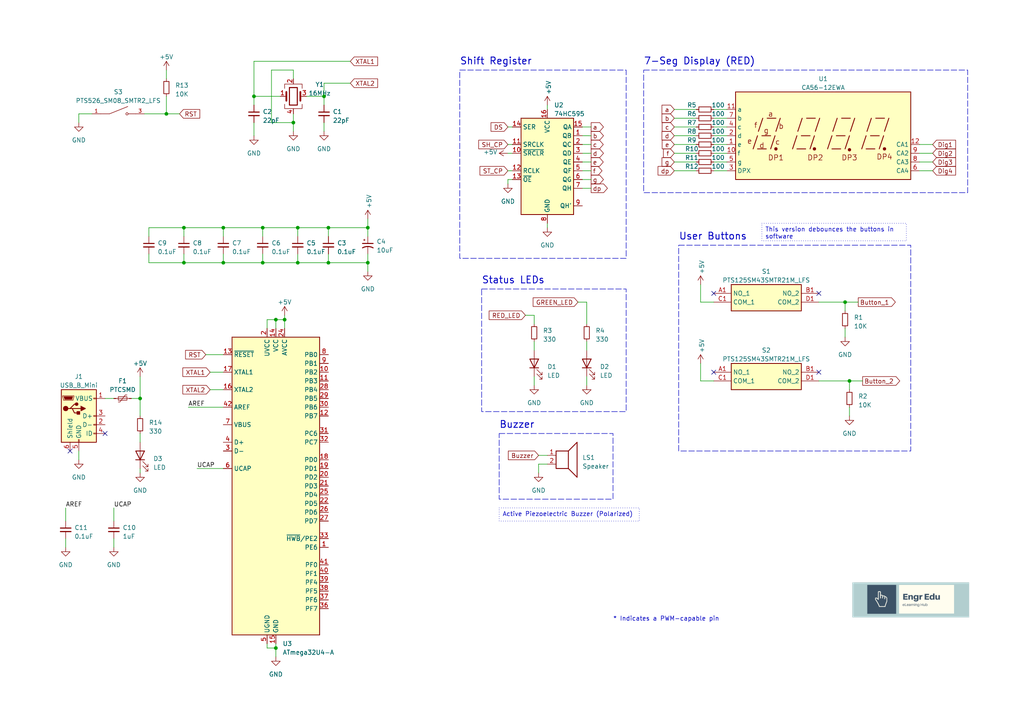
<source format=kicad_sch>
(kicad_sch (version 20230121) (generator eeschema)
  (paper "A4")
  (title_block (title "PhaseB Prototype") (date "2023-04-11") (rev "1.0"))
  (lib_symbols
    (symbol "+5V_1" (power) (pin_names (offset 0))
      (property "Value" "+5V_1" (at 0 3.556 0))
      (symbol "+5V_1_0_1"
        (polyline (pts (xy -0.762 1.27) (xy 0 2.54)))
        (polyline (pts (xy 0 0) (xy 0 2.54)))
        (polyline (pts (xy 0 2.54) (xy 0.762 1.27)))
      )
      (symbol "+5V_1_1_1"
        (pin power_in line (at 0 0 90) (length 0) hide (name "+5V") (number "1"))
      )
    )
    (symbol "+5V_2" (power) (pin_names (offset 0))
      (property "Value" "+5V_2" (at 0 3.556 0))
      (symbol "+5V_2_0_1"
        (polyline (pts (xy -0.762 1.27) (xy 0 2.54)))
        (polyline (pts (xy 0 0) (xy 0 2.54)))
        (polyline (pts (xy 0 2.54) (xy 0.762 1.27)))
      )
      (symbol "+5V_2_1_1"
        (pin power_in line (at 0 0 90) (length 0) hide (name "+5V") (number "1"))
      )
    )
    (symbol "+5V_3" (power) (pin_names (offset 0))
      (property "Value" "+5V_3" (at 0 3.556 0))
      (symbol "+5V_3_0_1"
        (polyline (pts (xy -0.762 1.27) (xy 0 2.54)))
        (polyline (pts (xy 0 0) (xy 0 2.54)))
        (polyline (pts (xy 0 2.54) (xy 0.762 1.27)))
      )
      (symbol "+5V_3_1_1"
        (pin power_in line (at 0 0 90) (length 0) hide (name "+5V") (number "1"))
      )
    )
    (symbol "74xx:74HC595"
      (property "Reference" "U" (at -7.62 13.97 0))
      (property "Value" "74HC595" (at -7.62 -16.51 0))
      (symbol "74HC595_1_0"
        (pin tri_state line (at 10.16 7.62 180) (length 2.54) (name "QB") (number "1"))
        (pin input line (at -10.16 2.54 0) (length 2.54) (name "~{SRCLR}") (number "10"))
        (pin input line (at -10.16 5.08 0) (length 2.54) (name "SRCLK") (number "11"))
        (pin input line (at -10.16 -2.54 0) (length 2.54) (name "RCLK") (number "12"))
        (pin input line (at -10.16 -5.08 0) (length 2.54) (name "~{OE}") (number "13"))
        (pin input line (at -10.16 10.16 0) (length 2.54) (name "SER") (number "14"))
        (pin tri_state line (at 10.16 10.16 180) (length 2.54) (name "QA") (number "15"))
        (pin power_in line (at 0 15.24 270) (length 2.54) (name "VCC") (number "16"))
        (pin tri_state line (at 10.16 5.08 180) (length 2.54) (name "QC") (number "2"))
        (pin tri_state line (at 10.16 2.54 180) (length 2.54) (name "QD") (number "3"))
        (pin tri_state line (at 10.16 0 180) (length 2.54) (name "QE") (number "4"))
        (pin tri_state line (at 10.16 -2.54 180) (length 2.54) (name "QF") (number "5"))
        (pin tri_state line (at 10.16 -5.08 180) (length 2.54) (name "QG") (number "6"))
        (pin tri_state line (at 10.16 -7.62 180) (length 2.54) (name "QH") (number "7"))
        (pin power_in line (at 0 -17.78 90) (length 2.54) (name "GND") (number "8"))
        (pin output line (at 10.16 -12.7 180) (length 2.54) (name "QH'") (number "9"))
      )
      (symbol "74HC595_1_1"
        (rectangle (start -7.62 12.7) (end 7.62 -15.24) (stroke (width 0.254)) (fill (type background)))
      )
    )
    (symbol "Connector:USB_B_Mini" (pin_names (offset 1.016))
      (property "Reference" "J" (at -5.08 11.43 0))
      (property "Value" "USB_B_Mini" (at -5.08 8.89 0))
      (symbol "USB_B_Mini_0_1"
        (rectangle (start -5.08 -7.62) (end 5.08 7.62) (stroke (width 0.254)) (fill (type background)))
        (circle (center -3.81 2.159) (radius 0.635) (stroke (width 0.254)) (fill (type outline)))
        (circle (center -0.635 3.429) (radius 0.381) (stroke (width 0.254)) (fill (type outline)))
        (rectangle (start -0.127 -7.62) (end 0.127 -6.858))
        (polyline (pts (xy -1.905 2.159) (xy 0.635 2.159)) (stroke (width 0.254)))
        (polyline (pts (xy -3.175 2.159) (xy -2.54 2.159) (xy -1.27 3.429) (xy -0.635 3.429)) (stroke (width 0.254)))
        (polyline (pts (xy -2.54 2.159) (xy -1.905 2.159) (xy -1.27 0.889) (xy 0 0.889)) (stroke (width 0.254)))
        (polyline (pts (xy 0.635 2.794) (xy 0.635 1.524) (xy 1.905 2.159) (xy 0.635 2.794)) (stroke (width 0.254)) (fill (type outline)))
        (polyline (pts (xy -4.318 5.588) (xy -1.778 5.588) (xy -2.032 4.826) (xy -4.064 4.826) (xy -4.318 5.588)) (fill (type outline)))
        (polyline (pts (xy -4.699 5.842) (xy -4.699 5.588) (xy -4.445 4.826) (xy -4.445 4.572) (xy -1.651 4.572) (xy -1.651 4.826) (xy -1.397 5.588) (xy -1.397 5.842) (xy -4.699 5.842)))
        (rectangle (start 0.254 1.27) (end -0.508 0.508) (stroke (width 0.254)) (fill (type outline)))
        (rectangle (start 5.08 -5.207) (end 4.318 -4.953))
        (rectangle (start 5.08 -2.667) (end 4.318 -2.413))
        (rectangle (start 5.08 -0.127) (end 4.318 0.127))
        (rectangle (start 5.08 4.953) (end 4.318 5.207))
      )
      (symbol "USB_B_Mini_1_1"
        (pin power_out line (at 7.62 5.08 180) (length 2.54) (name "VBUS") (number "1"))
        (pin bidirectional line (at 7.62 -2.54 180) (length 2.54) (name "D-") (number "2"))
        (pin bidirectional line (at 7.62 0 180) (length 2.54) (name "D+") (number "3"))
        (pin passive line (at 7.62 -5.08 180) (length 2.54) (name "ID") (number "4"))
        (pin power_out line (at 0 -10.16 90) (length 2.54) (name "GND") (number "5"))
        (pin passive line (at -2.54 -10.16 90) (length 2.54) (name "Shield") (number "6"))
      )
    )
    (symbol "Device:C_Polarized_Small_US" (pin_numbers hide) (pin_names (offset 0.254) hide)
      (property "Reference" "C" (at 0.254 1.778 0))
      (property "Value" "C_Polarized_Small_US" (at 0.254 -2.032 0))
      (symbol "C_Polarized_Small_US_0_1"
        (polyline (pts (xy -1.524 0.508) (xy 1.524 0.508)) (stroke (width 0.3048)))
        (polyline (pts (xy -1.27 1.524) (xy -0.762 1.524)))
        (polyline (pts (xy -1.016 1.27) (xy -1.016 1.778)))
        (arc (start 1.524 -0.762) (mid 0 -0.3734) (end -1.524 -0.762) (stroke (width 0.3048)))
      )
      (symbol "C_Polarized_Small_US_1_1"
        (pin passive line (at 0 2.54 270) (length 2.032) (name "~") (number "1"))
        (pin passive line (at 0 -2.54 90) (length 2.032) (name "~") (number "2"))
      )
    )
    (symbol "Device:C_Small" (pin_numbers hide) (pin_names (offset 0.254) hide)
      (property "Reference" "C" (at 0.254 1.778 0))
      (property "Value" "C_Small" (at 0.254 -2.032 0))
      (symbol "C_Small_0_1"
        (polyline (pts (xy -1.524 -0.508) (xy 1.524 -0.508)) (stroke (width 0.3302)))
        (polyline (pts (xy -1.524 0.508) (xy 1.524 0.508)) (stroke (width 0.3048)))
      )
      (symbol "C_Small_1_1"
        (pin passive line (at 0 2.54 270) (length 2.032) (name "~") (number "1"))
        (pin passive line (at 0 -2.54 90) (length 2.032) (name "~") (number "2"))
      )
    )
    (symbol "Device:Crystal_GND24" (pin_names (offset 1.016) hide)
      (property "Reference" "Y" (at 3.175 5.08 0))
      (property "Value" "Crystal_GND24" (at 3.175 3.175 0))
      (symbol "Crystal_GND24_0_1"
        (rectangle (start -1.143 2.54) (end 1.143 -2.54) (stroke (width 0.3048)))
        (polyline (pts (xy -2.54 0) (xy -2.032 0)))
        (polyline (pts (xy -2.032 -1.27) (xy -2.032 1.27)) (stroke (width 0.508)))
        (polyline (pts (xy 0 -3.81) (xy 0 -3.556)))
        (polyline (pts (xy 0 3.556) (xy 0 3.81)))
        (polyline (pts (xy 2.032 -1.27) (xy 2.032 1.27)) (stroke (width 0.508)))
        (polyline (pts (xy 2.032 0) (xy 2.54 0)))
        (polyline (pts (xy -2.54 -2.286) (xy -2.54 -3.556) (xy 2.54 -3.556) (xy 2.54 -2.286)))
        (polyline (pts (xy -2.54 2.286) (xy -2.54 3.556) (xy 2.54 3.556) (xy 2.54 2.286)))
      )
      (symbol "Crystal_GND24_1_1"
        (pin passive line (at -3.81 0 0) (length 1.27) (name "1") (number "1"))
        (pin passive line (at 0 5.08 270) (length 1.27) (name "2") (number "2"))
        (pin passive line (at 3.81 0 180) (length 1.27) (name "3") (number "3"))
        (pin passive line (at 0 -5.08 90) (length 1.27) (name "4") (number "4"))
      )
    )
    (symbol "Device:LED" (pin_numbers hide) (pin_names (offset 1.016) hide)
      (property "Reference" "D" (at 0 2.54 0))
      (property "Value" "LED" (at 0 -2.54 0))
      (symbol "LED_0_1"
        (polyline (pts (xy -1.27 -1.27) (xy -1.27 1.27)) (stroke (width 0.254)))
        (polyline (pts (xy -1.27 0) (xy 1.27 0)))
        (polyline (pts (xy 1.27 -1.27) (xy 1.27 1.27) (xy -1.27 0) (xy 1.27 -1.27)) (stroke (width 0.254)))
        (polyline (pts (xy -3.048 -0.762) (xy -4.572 -2.286) (xy -3.81 -2.286) (xy -4.572 -2.286) (xy -4.572 -1.524)))
        (polyline (pts (xy -1.778 -0.762) (xy -3.302 -2.286) (xy -2.54 -2.286) (xy -3.302 -2.286) (xy -3.302 -1.524)))
      )
      (symbol "LED_1_1"
        (pin passive line (at -3.81 0 0) (length 2.54) (name "K") (number "1"))
        (pin passive line (at 3.81 0 180) (length 2.54) (name "A") (number "2"))
      )
    )
    (symbol "Device:Polyfuse_Small" (pin_numbers hide) (pin_names (offset 0))
      (property "Reference" "F" (at -1.905 0 90))
      (property "Value" "Polyfuse_Small" (at 1.905 0 90))
      (symbol "Polyfuse_Small_0_1"
        (rectangle (start -0.508 1.27) (end 0.508 -1.27))
        (polyline (pts (xy 0 2.54) (xy 0 -2.54)))
        (polyline (pts (xy -1.016 1.27) (xy -1.016 0.762) (xy 1.016 -0.762) (xy 1.016 -1.27)))
      )
      (symbol "Polyfuse_Small_1_1"
        (pin passive line (at 0 2.54 270) (length 0.635) (name "~") (number "1"))
        (pin passive line (at 0 -2.54 90) (length 0.635) (name "~") (number "2"))
      )
    )
    (symbol "Device:R_Small" (pin_numbers hide) (pin_names (offset 0.254) hide)
      (property "Reference" "R" (at 0.762 0.508 0))
      (property "Value" "R_Small" (at 0.762 -1.016 0))
      (symbol "R_Small_0_1"
        (rectangle (start -0.762 1.778) (end 0.762 -1.778) (stroke (width 0.2032)))
      )
      (symbol "R_Small_1_1"
        (pin passive line (at 0 2.54 270) (length 0.762) (name "~") (number "1"))
        (pin passive line (at 0 -2.54 90) (length 0.762) (name "~") (number "2"))
      )
    )
    (symbol "Device:Speaker" (pin_names (offset 0) hide)
      (property "Reference" "LS" (at 1.27 5.715 0))
      (property "Value" "Speaker" (at 1.27 3.81 0))
      (symbol "Speaker_0_0"
        (rectangle (start -2.54 1.27) (end 1.016 -3.81) (stroke (width 0.254)))
        (polyline (pts (xy 1.016 1.27) (xy 3.556 3.81) (xy 3.556 -6.35) (xy 1.016 -3.81)) (stroke (width 0.254)))
      )
      (symbol "Speaker_1_1"
        (pin input line (at -5.08 0 0) (length 2.54) (name "1") (number "1"))
        (pin input line (at -5.08 -2.54 0) (length 2.54) (name "2") (number "2"))
      )
    )
    (symbol "Display_Character:CA56-12EWA"
      (property "Reference" "U" (at -24.13 13.97 0))
      (property "Value" "CA56-12EWA" (at 19.05 13.97 0))
      (symbol "CA56-12EWA_0_0"
        (rectangle (start -25.4 12.7) (end 25.4 -12.7) (stroke (width 0.254)) (fill (type background)))
        (polyline (pts (xy -20.32 -3.81) (xy -19.05 0)) (stroke (width 0.254)))
        (polyline (pts (xy -19.05 -3.81) (xy -16.51 -3.81)) (stroke (width 0.254)))
        (polyline (pts (xy -18.796 1.27) (xy -17.526 5.08)) (stroke (width 0.254)))
        (polyline (pts (xy -17.78 0) (xy -15.24 0)) (stroke (width 0.254)))
        (polyline (pts (xy -16.256 5.08) (xy -13.716 5.08)) (stroke (width 0.254)))
        (polyline (pts (xy -15.24 -3.81) (xy -13.97 0)) (stroke (width 0.254)))
        (polyline (pts (xy -13.716 1.27) (xy -12.446 5.08)) (stroke (width 0.254)))
        (polyline (pts (xy -8.89 -3.81) (xy -7.62 0)) (stroke (width 0.254)))
        (polyline (pts (xy -7.62 -3.81) (xy -5.08 -3.81)) (stroke (width 0.254)))
        (polyline (pts (xy -7.366 1.27) (xy -6.096 5.08)) (stroke (width 0.254)))
        (polyline (pts (xy -6.35 0) (xy -3.81 0)) (stroke (width 0.254)))
        (polyline (pts (xy -4.826 5.08) (xy -2.286 5.08)) (stroke (width 0.254)))
        (polyline (pts (xy -3.81 -3.81) (xy -2.54 0)) (stroke (width 0.254)))
        (polyline (pts (xy -2.286 1.27) (xy -1.016 5.08)) (stroke (width 0.254)))
        (polyline (pts (xy 1.27 -3.81) (xy 2.54 0)) (stroke (width 0.254)))
        (polyline (pts (xy 2.54 -3.81) (xy 5.08 -3.81)) (stroke (width 0.254)))
        (polyline (pts (xy 2.794 1.27) (xy 4.064 5.08)) (stroke (width 0.254)))
        (polyline (pts (xy 3.81 0) (xy 6.35 0)) (stroke (width 0.254)))
        (polyline (pts (xy 5.334 5.08) (xy 7.874 5.08)) (stroke (width 0.254)))
        (polyline (pts (xy 6.35 -3.81) (xy 7.62 0)) (stroke (width 0.254)))
        (polyline (pts (xy 7.874 1.27) (xy 9.144 5.08)) (stroke (width 0.254)))
        (polyline (pts (xy 11.176 -3.81) (xy 12.446 0)) (stroke (width 0.254)))
        (polyline (pts (xy 12.446 -3.81) (xy 14.986 -3.81)) (stroke (width 0.254)))
        (polyline (pts (xy 12.7 1.27) (xy 13.97 5.08)) (stroke (width 0.254)))
        (polyline (pts (xy 13.716 0) (xy 16.256 0)) (stroke (width 0.254)))
        (polyline (pts (xy 15.24 5.08) (xy 17.78 5.08)) (stroke (width 0.254)))
        (polyline (pts (xy 16.256 -3.81) (xy 17.526 0)) (stroke (width 0.254)))
        (polyline (pts (xy 17.78 1.27) (xy 19.05 5.08)) (stroke (width 0.254)))
        (text "a" (at -15.24 6.35 0) (effects (font (size 1.524 1.524))))
        (text "b" (at -12.192 2.794 0) (effects (font (size 1.524 1.524))))
        (text "c" (at -13.208 -1.778 0) (effects (font (size 1.524 1.524))))
        (text "d" (at -17.78 -2.794 0) (effects (font (size 1.524 1.524))))
        (text "DP1" (at -13.716 -6.35 0) (effects (font (size 1.524 1.524))))
        (text "DP2" (at -2.286 -6.35 0) (effects (font (size 1.524 1.524))))
        (text "DP3" (at 7.62 -6.35 0) (effects (font (size 1.524 1.524))))
        (text "DP4" (at 17.78 -6.096 0) (effects (font (size 1.524 1.524))))
        (text "e" (at -21.336 -1.524 0) (effects (font (size 1.524 1.524))))
        (text "f" (at -19.558 3.048 0) (effects (font (size 1.524 1.524))))
        (text "g" (at -16.51 1.524 0) (effects (font (size 1.524 1.524))))
      )
      (symbol "CA56-12EWA_0_1"
        (circle (center -13.716 -3.81) (radius 0.3556) (stroke (width 0.254)) (fill (type outline)))
        (circle (center -2.54 -3.81) (radius 0.3556) (stroke (width 0.254)) (fill (type outline)))
      )
      (symbol "CA56-12EWA_1_0"
        (circle (center 7.62 -4.064) (radius 0.3556) (stroke (width 0.254)) (fill (type outline)))
        (circle (center 17.78 -3.81) (radius 0.3556) (stroke (width 0.254)) (fill (type outline)))
      )
      (symbol "CA56-12EWA_1_1"
        (pin input line (at -27.94 -2.54 0) (length 2.54) (name "e") (number "1"))
        (pin input line (at -27.94 -5.08 0) (length 2.54) (name "f") (number "10"))
        (pin input line (at -27.94 7.62 0) (length 2.54) (name "a") (number "11"))
        (pin input line (at 27.94 -2.54 180) (length 2.54) (name "CA1") (number "12"))
        (pin input line (at -27.94 0 0) (length 2.54) (name "d") (number "2"))
        (pin input line (at -27.94 -10.16 0) (length 2.54) (name "DPX") (number "3"))
        (pin input line (at -27.94 2.54 0) (length 2.54) (name "c") (number "4"))
        (pin input line (at -27.94 -7.62 0) (length 2.54) (name "g") (number "5"))
        (pin input line (at 27.94 -10.16 180) (length 2.54) (name "CA4") (number "6"))
        (pin input line (at -27.94 5.08 0) (length 2.54) (name "b") (number "7"))
        (pin input line (at 27.94 -7.62 180) (length 2.54) (name "CA3") (number "8"))
        (pin input line (at 27.94 -5.08 180) (length 2.54) (name "CA2") (number "9"))
      )
    )
    (symbol "GND_1" (power) (pin_names (offset 0))
      (property "Value" "GND_1" (at 0 -3.81 0))
      (symbol "GND_1_0_1"
        (polyline (pts (xy 0 0) (xy 0 -1.27) (xy 1.27 -1.27) (xy 0 -2.54) (xy -1.27 -1.27) (xy 0 -1.27)))
      )
      (symbol "GND_1_1_1"
        (pin power_in line (at 0 0 270) (length 0) hide (name "GND") (number "1"))
      )
    )
    (symbol "GND_2" (power) (pin_names (offset 0))
      (property "Value" "GND_2" (at 0 -3.81 0))
      (symbol "GND_2_0_1"
        (polyline (pts (xy 0 0) (xy 0 -1.27) (xy 1.27 -1.27) (xy 0 -2.54) (xy -1.27 -1.27) (xy 0 -1.27)))
      )
      (symbol "GND_2_1_1"
        (pin power_in line (at 0 0 270) (length 0) hide (name "GND") (number "1"))
      )
    )
    (symbol "GND_3" (power) (pin_names (offset 0))
      (property "Value" "GND_3" (at 0 -3.81 0))
      (symbol "GND_3_0_1"
        (polyline (pts (xy 0 0) (xy 0 -1.27) (xy 1.27 -1.27) (xy 0 -2.54) (xy -1.27 -1.27) (xy 0 -1.27)))
      )
      (symbol "GND_3_1_1"
        (pin power_in line (at 0 0 270) (length 0) hide (name "GND") (number "1"))
      )
    )
    (symbol "MCU_Microchip_ATmega:ATmega32U4-A"
      (property "Reference" "U" (at -12.7 44.45 0))
      (property "Value" "ATmega32U4-A" (at 2.54 -44.45 0))
      (symbol "ATmega32U4-A_0_1"
        (rectangle (start -12.7 -43.18) (end 12.7 43.18) (stroke (width 0.254)) (fill (type background)))
      )
      (symbol "ATmega32U4-A_1_1"
        (pin bidirectional line (at 15.24 -17.78 180) (length 2.54) (name "PE6") (number "1"))
        (pin bidirectional line (at 15.24 33.02 180) (length 2.54) (name "PB2") (number "10"))
        (pin bidirectional line (at 15.24 30.48 180) (length 2.54) (name "PB3") (number "11"))
        (pin bidirectional line (at 15.24 20.32 180) (length 2.54) (name "PB7") (number "12"))
        (pin input line (at -15.24 38.1 0) (length 2.54) (name "~{RESET}") (number "13"))
        (pin power_in line (at 0 45.72 270) (length 2.54) (name "VCC") (number "14"))
        (pin power_in line (at 0 -45.72 90) (length 2.54) (name "GND") (number "15"))
        (pin output line (at -15.24 27.94 0) (length 2.54) (name "XTAL2") (number "16"))
        (pin input line (at -15.24 33.02 0) (length 2.54) (name "XTAL1") (number "17"))
        (pin bidirectional line (at 15.24 7.62 180) (length 2.54) (name "PD0") (number "18"))
        (pin bidirectional line (at 15.24 5.08 180) (length 2.54) (name "PD1") (number "19"))
        (pin power_in line (at -2.54 45.72 270) (length 2.54) (name "UVCC") (number "2"))
        (pin bidirectional line (at 15.24 2.54 180) (length 2.54) (name "PD2") (number "20"))
        (pin bidirectional line (at 15.24 0 180) (length 2.54) (name "PD3") (number "21"))
        (pin bidirectional line (at 15.24 -5.08 180) (length 2.54) (name "PD5") (number "22"))
        (pin passive line (at 0 -45.72 90) (length 2.54) hide (name "GND") (number "23"))
        (pin power_in line (at 2.54 45.72 270) (length 2.54) (name "AVCC") (number "24"))
        (pin bidirectional line (at 15.24 -2.54 180) (length 2.54) (name "PD4") (number "25"))
        (pin bidirectional line (at 15.24 -7.62 180) (length 2.54) (name "PD6") (number "26"))
        (pin bidirectional line (at 15.24 -10.16 180) (length 2.54) (name "PD7") (number "27"))
        (pin bidirectional line (at 15.24 27.94 180) (length 2.54) (name "PB4") (number "28"))
        (pin bidirectional line (at 15.24 25.4 180) (length 2.54) (name "PB5") (number "29"))
        (pin bidirectional line (at -15.24 10.16 0) (length 2.54) (name "D-") (number "3"))
        (pin bidirectional line (at 15.24 22.86 180) (length 2.54) (name "PB6") (number "30"))
        (pin bidirectional line (at 15.24 15.24 180) (length 2.54) (name "PC6") (number "31"))
        (pin bidirectional line (at 15.24 12.7 180) (length 2.54) (name "PC7") (number "32"))
        (pin bidirectional line (at 15.24 -15.24 180) (length 2.54) (name "~{HWB}/PE2") (number "33"))
        (pin passive line (at 0 45.72 270) (length 2.54) hide (name "VCC") (number "34"))
        (pin passive line (at 0 -45.72 90) (length 2.54) hide (name "GND") (number "35"))
        (pin bidirectional line (at 15.24 -35.56 180) (length 2.54) (name "PF7") (number "36"))
        (pin bidirectional line (at 15.24 -33.02 180) (length 2.54) (name "PF6") (number "37"))
        (pin bidirectional line (at 15.24 -30.48 180) (length 2.54) (name "PF5") (number "38"))
        (pin bidirectional line (at 15.24 -27.94 180) (length 2.54) (name "PF4") (number "39"))
        (pin bidirectional line (at -15.24 12.7 0) (length 2.54) (name "D+") (number "4"))
        (pin bidirectional line (at 15.24 -25.4 180) (length 2.54) (name "PF1") (number "40"))
        (pin bidirectional line (at 15.24 -22.86 180) (length 2.54) (name "PF0") (number "41"))
        (pin passive line (at -15.24 22.86 0) (length 2.54) (name "AREF") (number "42"))
        (pin passive line (at 0 -45.72 90) (length 2.54) hide (name "GND") (number "43"))
        (pin passive line (at 2.54 45.72 270) (length 2.54) hide (name "AVCC") (number "44"))
        (pin passive line (at -2.54 -45.72 90) (length 2.54) (name "UGND") (number "5"))
        (pin passive line (at -15.24 5.08 0) (length 2.54) (name "UCAP") (number "6"))
        (pin input line (at -15.24 17.78 0) (length 2.54) (name "VBUS") (number "7"))
        (pin bidirectional line (at 15.24 38.1 180) (length 2.54) (name "PB0") (number "8"))
        (pin bidirectional line (at 15.24 35.56 180) (length 2.54) (name "PB1") (number "9"))
      )
    )
    (symbol "PTS125_SMD_Button:PTS125SM43SMTR21M_LFS"
      (property "Reference" "S" (at 26.67 7.62 0))
      (property "Value" "PTS125SM43SMTR21M_LFS" (at 26.67 5.08 0))
      (symbol "PTS125SM43SMTR21M_LFS_1_1"
        (rectangle (start 5.08 2.54) (end 25.4 -5.08) (stroke (width 0.254)) (fill (type background)))
        (pin passive line (at 0 0 0) (length 5.08) (name "NO_1") (number "A1"))
        (pin passive line (at 30.48 0 180) (length 5.08) (name "NO_2") (number "B1"))
        (pin passive line (at 0 -2.54 0) (length 5.08) (name "COM_1") (number "C1"))
        (pin passive line (at 30.48 -2.54 180) (length 5.08) (name "COM_2") (number "D1"))
      )
    )
    (symbol "PTS526_SMD_Button:PTS526_SM08_SMTR2_LFS" (pin_names (offset 1.016))
      (property "Reference" "S" (at -2.54 2.54 0))
      (property "Value" "PTS526_SM08_SMTR2_LFS" (at -2.54 -2.54 0))
      (symbol "PTS526_SM08_SMTR2_LFS_0_0"
        (polyline (pts (xy -2.54 0) (xy -5.08 0)) (stroke (width 0.1524)))
        (polyline (pts (xy -2.54 0) (xy 2.794 2.1336)) (stroke (width 0.1524)))
        (polyline (pts (xy 5.08 0) (xy 2.921 0)) (stroke (width 0.1524)))
        (circle (center 2.54 0) (radius 0.3302) (stroke (width 0.1524)))
        (pin passive line (at -7.62 0 0) (length 2.54) (name "~") (number "1"))
        (pin passive line (at 7.62 0 180) (length 2.54) (name "~") (number "3"))
      )
    )
    (symbol "power:+5V" (power) (pin_names (offset 0))
      (property "Value" "+5V" (at 0 3.556 0))
      (symbol "+5V_0_1"
        (polyline (pts (xy -0.762 1.27) (xy 0 2.54)))
        (polyline (pts (xy 0 0) (xy 0 2.54)))
        (polyline (pts (xy 0 2.54) (xy 0.762 1.27)))
      )
      (symbol "+5V_1_1"
        (pin power_in line (at 0 0 90) (length 0) hide (name "+5V") (number "1"))
      )
    )
    (symbol "power:GND" (power) (pin_names (offset 0))
      (property "Value" "GND" (at 0 -3.81 0))
      (symbol "GND_0_1"
        (polyline (pts (xy 0 0) (xy 0 -1.27) (xy 1.27 -1.27) (xy 0 -2.54) (xy -1.27 -1.27) (xy 0 -1.27)))
      )
      (symbol "GND_1_1"
        (pin power_in line (at 0 0 270) (length 0) hide (name "GND") (number "1"))
      )
    )
  )
  (junction (at 246.38 110.49))
  (junction (at 93.98 27.94))
  (junction (at 106.68 66.04))
  (junction (at 85.09 35.56))
  (junction (at 53.34 66.04))
  (junction (at 80.01 92.71))
  (junction (at 86.36 66.04))
  (junction (at 64.77 76.2))
  (junction (at 64.77 66.04))
  (junction (at 82.55 92.71))
  (junction (at 245.11 87.63))
  (junction (at 40.64 115.57))
  (junction (at 48.26 33.02))
  (junction (at 80.01 187.96))
  (junction (at 76.2 76.2))
  (junction (at 73.66 27.94))
  (junction (at 106.68 76.2))
  (junction (at 76.2 66.04))
  (junction (at 95.25 66.04))
  (junction (at 53.34 76.2))
  (junction (at 95.25 76.2))
  (junction (at 86.36 76.2))
  (no_connect (at 207.01 85.09))
  (no_connect (at 30.48 125.73))
  (no_connect (at 237.49 85.09))
  (no_connect (at 20.32 130.81))
  (no_connect (at 207.01 107.95))
  (no_connect (at 237.49 107.95))
  (wire (pts (xy 106.68 76.2) (xy 106.68 78.74)))
  (wire (pts (xy 86.36 76.2) (xy 95.25 76.2)))
  (wire (pts (xy 158.75 64.77) (xy 158.75 66.04)))
  (wire (pts (xy 81.28 27.94) (xy 73.66 27.94)))
  (wire (pts (xy 207.01 36.83) (xy 210.82 36.83)))
  (wire (pts (xy 64.77 66.04) (xy 76.2 66.04)))
  (wire (pts (xy 64.77 68.58) (xy 64.77 66.04)))
  (wire (pts (xy 86.36 73.66) (xy 86.36 76.2)))
  (wire (pts (xy 76.2 76.2) (xy 86.36 76.2)))
  (wire (pts (xy 40.64 125.73) (xy 40.64 128.27)))
  (wire (pts (xy 53.34 66.04) (xy 64.77 66.04)))
  (wire (pts (xy 77.47 187.96) (xy 80.01 187.96)))
  (wire (pts (xy 38.1 115.57) (xy 40.64 115.57)))
  (wire (pts (xy 76.2 66.04) (xy 86.36 66.04)))
  (wire (pts (xy 53.34 68.58) (xy 53.34 66.04)))
  (wire (pts (xy 80.01 92.71) (xy 80.01 95.25)))
  (wire (pts (xy 156.21 134.62) (xy 156.21 137.16)))
  (wire (pts (xy 73.66 17.78) (xy 73.66 27.94)))
  (wire (pts (xy 168.91 36.83) (xy 171.45 36.83)))
  (wire (pts (xy 30.48 115.57) (xy 33.02 115.57)))
  (wire (pts (xy 93.98 24.13) (xy 93.98 27.94)))
  (wire (pts (xy 77.47 186.69) (xy 77.47 187.96)))
  (wire (pts (xy 85.09 35.56) (xy 85.09 33.02)))
  (wire (pts (xy 101.6 24.13) (xy 93.98 24.13)))
  (wire (pts (xy 85.09 35.56) (xy 85.09 38.1)))
  (wire (pts (xy 64.77 73.66) (xy 64.77 76.2)))
  (wire (pts (xy 154.94 99.06) (xy 154.94 101.6)))
  (wire (pts (xy 106.68 68.58) (xy 106.68 66.04)))
  (wire (pts (xy 147.32 41.91) (xy 148.59 41.91)))
  (wire (pts (xy 77.47 95.25) (xy 77.47 92.71)))
  (wire (pts (xy 93.98 27.94) (xy 88.9 27.94)))
  (wire (pts (xy 43.18 73.66) (xy 43.18 76.2)))
  (wire (pts (xy 195.58 36.83) (xy 201.93 36.83)))
  (wire (pts (xy 73.66 27.94) (xy 73.66 30.48)))
  (wire (pts (xy 33.02 147.32) (xy 33.02 151.13)))
  (wire (pts (xy 156.21 132.08) (xy 158.75 132.08)))
  (wire (pts (xy 95.25 76.2) (xy 95.25 73.66)))
  (wire (pts (xy 19.05 147.32) (xy 19.05 151.13)))
  (wire (pts (xy 266.7 44.45) (xy 270.51 44.45)))
  (wire (pts (xy 237.49 87.63) (xy 245.11 87.63)))
  (wire (pts (xy 203.2 105.41) (xy 203.2 110.49)))
  (wire (pts (xy 80.01 92.71) (xy 82.55 92.71)))
  (wire (pts (xy 170.18 87.63) (xy 170.18 93.98)))
  (wire (pts (xy 76.2 73.66) (xy 76.2 76.2)))
  (wire (pts (xy 86.36 66.04) (xy 86.36 68.58)))
  (wire (pts (xy 195.58 34.29) (xy 201.93 34.29)))
  (wire (pts (xy 101.6 17.78) (xy 73.66 17.78)))
  (wire (pts (xy 85.09 22.86) (xy 85.09 20.32)))
  (wire (pts (xy 148.59 52.07) (xy 147.32 52.07)))
  (wire (pts (xy 106.68 66.04) (xy 95.25 66.04)))
  (wire (pts (xy 80.01 186.69) (xy 80.01 187.96)))
  (wire (pts (xy 19.05 156.21) (xy 19.05 158.75)))
  (wire (pts (xy 64.77 76.2) (xy 76.2 76.2)))
  (wire (pts (xy 106.68 76.2) (xy 95.25 76.2)))
  (wire (pts (xy 245.11 95.25) (xy 245.11 97.79)))
  (wire (pts (xy 203.2 82.55) (xy 203.2 87.63)))
  (wire (pts (xy 170.18 99.06) (xy 170.18 101.6)))
  (wire (pts (xy 195.58 41.91) (xy 201.93 41.91)))
  (wire (pts (xy 158.75 30.48) (xy 158.75 31.75)))
  (wire (pts (xy 43.18 66.04) (xy 53.34 66.04)))
  (wire (pts (xy 167.64 87.63) (xy 170.18 87.63)))
  (wire (pts (xy 48.26 33.02) (xy 52.07 33.02)))
  (wire (pts (xy 33.02 156.21) (xy 33.02 158.75)))
  (wire (pts (xy 195.58 44.45) (xy 201.93 44.45)))
  (wire (pts (xy 246.38 118.11) (xy 246.38 120.65)))
  (wire (pts (xy 147.32 36.83) (xy 148.59 36.83)))
  (wire (pts (xy 207.01 31.75) (xy 210.82 31.75)))
  (wire (pts (xy 60.96 107.95) (xy 64.77 107.95)))
  (wire (pts (xy 41.91 33.02) (xy 48.26 33.02)))
  (wire (pts (xy 57.15 135.89) (xy 64.77 135.89)))
  (wire (pts (xy 245.11 87.63) (xy 248.92 87.63)))
  (wire (pts (xy 170.18 109.22) (xy 170.18 111.76)))
  (wire (pts (xy 168.91 49.53) (xy 171.45 49.53)))
  (wire (pts (xy 266.7 46.99) (xy 270.51 46.99)))
  (wire (pts (xy 85.09 20.32) (xy 78.74 20.32)))
  (wire (pts (xy 93.98 30.48) (xy 93.98 27.94)))
  (wire (pts (xy 106.68 73.66) (xy 106.68 76.2)))
  (wire (pts (xy 43.18 76.2) (xy 53.34 76.2)))
  (wire (pts (xy 147.32 44.45) (xy 148.59 44.45)))
  (wire (pts (xy 78.74 20.32) (xy 78.74 35.56)))
  (wire (pts (xy 207.01 39.37) (xy 210.82 39.37)))
  (wire (pts (xy 40.64 109.22) (xy 40.64 115.57)))
  (wire (pts (xy 195.58 49.53) (xy 201.93 49.53)))
  (wire (pts (xy 158.75 134.62) (xy 156.21 134.62)))
  (wire (pts (xy 78.74 35.56) (xy 85.09 35.56)))
  (wire (pts (xy 40.64 115.57) (xy 40.64 120.65)))
  (wire (pts (xy 246.38 113.03) (xy 246.38 110.49)))
  (wire (pts (xy 147.32 52.07) (xy 147.32 53.34)))
  (wire (pts (xy 207.01 46.99) (xy 210.82 46.99)))
  (wire (pts (xy 95.25 68.58) (xy 95.25 66.04)))
  (wire (pts (xy 168.91 41.91) (xy 171.45 41.91)))
  (wire (pts (xy 54.61 118.11) (xy 64.77 118.11)))
  (wire (pts (xy 40.64 135.89) (xy 40.64 137.16)))
  (wire (pts (xy 207.01 34.29) (xy 210.82 34.29)))
  (wire (pts (xy 195.58 39.37) (xy 201.93 39.37)))
  (wire (pts (xy 245.11 87.63) (xy 245.11 90.17)))
  (wire (pts (xy 207.01 44.45) (xy 210.82 44.45)))
  (wire (pts (xy 59.69 102.87) (xy 64.77 102.87)))
  (wire (pts (xy 60.96 113.03) (xy 64.77 113.03)))
  (wire (pts (xy 82.55 95.25) (xy 82.55 92.71)))
  (wire (pts (xy 73.66 35.56) (xy 73.66 39.37)))
  (wire (pts (xy 53.34 73.66) (xy 53.34 76.2)))
  (wire (pts (xy 168.91 44.45) (xy 171.45 44.45)))
  (wire (pts (xy 266.7 49.53) (xy 270.51 49.53)))
  (wire (pts (xy 168.91 46.99) (xy 171.45 46.99)))
  (wire (pts (xy 48.26 27.94) (xy 48.26 33.02)))
  (wire (pts (xy 95.25 66.04) (xy 86.36 66.04)))
  (wire (pts (xy 203.2 110.49) (xy 207.01 110.49)))
  (wire (pts (xy 246.38 110.49) (xy 250.19 110.49)))
  (wire (pts (xy 168.91 39.37) (xy 171.45 39.37)))
  (wire (pts (xy 203.2 87.63) (xy 207.01 87.63)))
  (wire (pts (xy 22.86 33.02) (xy 26.67 33.02)))
  (wire (pts (xy 93.98 35.56) (xy 93.98 38.1)))
  (wire (pts (xy 76.2 68.58) (xy 76.2 66.04)))
  (wire (pts (xy 106.68 63.5) (xy 106.68 66.04)))
  (wire (pts (xy 195.58 31.75) (xy 201.93 31.75)))
  (wire (pts (xy 195.58 46.99) (xy 201.93 46.99)))
  (wire (pts (xy 22.86 35.56) (xy 22.86 33.02)))
  (wire (pts (xy 53.34 76.2) (xy 64.77 76.2)))
  (wire (pts (xy 154.94 91.44) (xy 154.94 93.98)))
  (wire (pts (xy 48.26 20.32) (xy 48.26 22.86)))
  (wire (pts (xy 154.94 109.22) (xy 154.94 111.76)))
  (wire (pts (xy 22.86 130.81) (xy 22.86 133.35)))
  (wire (pts (xy 80.01 187.96) (xy 80.01 190.5)))
  (wire (pts (xy 207.01 41.91) (xy 210.82 41.91)))
  (wire (pts (xy 168.91 54.61) (xy 171.45 54.61)))
  (wire (pts (xy 237.49 110.49) (xy 246.38 110.49)))
  (wire (pts (xy 82.55 92.71) (xy 82.55 91.44)))
  (wire (pts (xy 266.7 41.91) (xy 270.51 41.91)))
  (wire (pts (xy 147.32 49.53) (xy 148.59 49.53)))
  (wire (pts (xy 77.47 92.71) (xy 80.01 92.71)))
  (wire (pts (xy 152.4 91.44) (xy 154.94 91.44)))
  (wire (pts (xy 168.91 52.07) (xy 171.45 52.07)))
  (wire (pts (xy 43.18 68.58) (xy 43.18 66.04)))
  (wire (pts (xy 207.01 49.53) (xy 210.82 49.53)))
  (rectangle (start 139.7 83.82) (end 181.61 119.38) (stroke (width 0) (type dash)))
  (rectangle (start 144.78 125.73) (end 177.8 144.78) (stroke (width 0) (type dash)))
  (rectangle (start 196.85 71.12) (end 264.16 130.81) (stroke (width 0) (type dash)))
  (rectangle (start 133.35 20.32) (end 181.61 74.93) (stroke (width 0) (type dash)))
  (rectangle (start 186.69 20.32) (end 280.67 55.88) (stroke (width 0) (type dash)))
  (image (at 264.16 173.99) (scale 0.800628))
  (text_box "Active Piezoelectric Buzzer (Polarized)" (at 144.78 147.32 0) (size 40.64 3.81) (stroke (width 0) (type dot)) (effects (font (size 1.27 1.27)) (justify left top)))
  (text_box "This version debounces the buttons in software" (at 220.98 64.77 0) (size 41.91 5.08) (stroke (width 0) (type dot)) (effects (font (size 1.27 1.27)) (justify left top)))
  (text "Shift Register" (at 133.35 19.05 0) (effects (font (size 2 2) (thickness 0.254) bold) (justify left bottom)))
  (text "Status LEDs" (at 139.7 82.55 0) (effects (font (size 2 2) (thickness 0.254) bold) (justify left bottom)))
  (text "User Buttons" (at 196.85 69.85 0) (effects (font (size 2 2) (thickness 0.254) bold) (justify left bottom)))
  (text "Buzzer" (at 144.78 124.46 0) (effects (font (size 2 2) (thickness 0.254) bold) (justify left bottom)))
  (text "* Indicates a PWM-capable pin" (at 177.8 180.34 0) (effects (font (size 1.27 1.27)) (justify left bottom)))
  (text "7-Seg Display (RED)" (at 186.69 19.05 0) (effects (font (size 2 2) (thickness 0.254) bold) (justify left bottom)))
  (label "UCAP" (at 33.02 147.32 0))
  (label "AREF" (at 54.61 118.11 0))
  (label "UCAP" (at 57.15 135.89 0))
  (label "AREF" (at 19.05 147.32 0))
  (global_label "e" (shape output) (at 171.45 46.99 0) (property "Intersheetrefs" "${INTERSHEET_REFS}" (effects hide)))
  (global_label "g" (shape output) (at 171.45 52.07 0) (property "Intersheetrefs" "${INTERSHEET_REFS}" (effects hide)))
  (global_label "dp" (shape output) (at 171.45 54.61 0) (property "Intersheetrefs" "${INTERSHEET_REFS}" (effects hide)))
  (global_label "XTAL1" (shape input) (at 101.6 17.78 0) (property "Intersheetrefs" "${INTERSHEET_REFS}" (effects hide)))
  (global_label "b" (shape input) (at 195.58 34.29 180) (property "Intersheetrefs" "${INTERSHEET_REFS}" (effects hide)))
  (global_label "f" (shape output) (at 171.45 49.53 0) (property "Intersheetrefs" "${INTERSHEET_REFS}" (effects hide)))
  (global_label "ST_CP" (shape input) (at 147.32 49.53 180) (property "Intersheetrefs" "${INTERSHEET_REFS}" (effects hide)))
  (global_label "d" (shape input) (at 195.58 39.37 180) (property "Intersheetrefs" "${INTERSHEET_REFS}" (effects hide)))
  (global_label "a" (shape input) (at 195.58 31.75 180) (property "Intersheetrefs" "${INTERSHEET_REFS}" (effects hide)))
  (global_label "c" (shape output) (at 171.45 41.91 0) (property "Intersheetrefs" "${INTERSHEET_REFS}" (effects hide)))
  (global_label "g" (shape input) (at 195.58 46.99 180) (property "Intersheetrefs" "${INTERSHEET_REFS}" (effects hide)))
  (global_label "XTAL1" (shape input) (at 60.96 107.95 180) (property "Intersheetrefs" "${INTERSHEET_REFS}" (effects hide)))
  (global_label "Dig1" (shape input) (at 270.51 41.91 0) (property "Intersheetrefs" "${INTERSHEET_REFS}" (effects hide)))
  (global_label "XTAL2" (shape input) (at 60.96 113.03 180) (property "Intersheetrefs" "${INTERSHEET_REFS}" (effects hide)))
  (global_label "RST" (shape input) (at 52.07 33.02 0) (property "Intersheetrefs" "${INTERSHEET_REFS}" (effects hide)))
  (global_label "GREEN_LED" (shape input) (at 167.64 87.63 180) (property "Intersheetrefs" "${INTERSHEET_REFS}" (effects hide)))
  (global_label "a" (shape output) (at 171.45 36.83 0) (property "Intersheetrefs" "${INTERSHEET_REFS}" (effects hide)))
  (global_label "Dig2" (shape input) (at 270.51 44.45 0) (property "Intersheetrefs" "${INTERSHEET_REFS}" (effects hide)))
  (global_label "DS" (shape input) (at 147.32 36.83 180) (property "Intersheetrefs" "${INTERSHEET_REFS}" (effects hide)))
  (global_label "SH_CP" (shape input) (at 147.32 41.91 180) (property "Intersheetrefs" "${INTERSHEET_REFS}" (effects hide)))
  (global_label "Dig4" (shape input) (at 270.51 49.53 0) (property "Intersheetrefs" "${INTERSHEET_REFS}" (effects hide)))
  (global_label "XTAL2" (shape input) (at 101.6 24.13 0) (property "Intersheetrefs" "${INTERSHEET_REFS}" (effects hide)))
  (global_label "RST" (shape input) (at 59.69 102.87 180) (property "Intersheetrefs" "${INTERSHEET_REFS}" (effects hide)))
  (global_label "Button_1" (shape output) (at 248.92 87.63 0) (property "Intersheetrefs" "${INTERSHEET_REFS}" (effects hide)))
  (global_label "c" (shape input) (at 195.58 36.83 180) (property "Intersheetrefs" "${INTERSHEET_REFS}" (effects hide)))
  (global_label "dp" (shape input) (at 195.58 49.53 180) (property "Intersheetrefs" "${INTERSHEET_REFS}" (effects hide)))
  (global_label "Dig3" (shape input) (at 270.51 46.99 0) (property "Intersheetrefs" "${INTERSHEET_REFS}" (effects hide)))
  (global_label "Buzzer" (shape input) (at 156.21 132.08 180) (property "Intersheetrefs" "${INTERSHEET_REFS}" (effects hide)))
  (global_label "d" (shape output) (at 171.45 44.45 0) (property "Intersheetrefs" "${INTERSHEET_REFS}" (effects hide)))
  (global_label "e" (shape input) (at 195.58 41.91 180) (property "Intersheetrefs" "${INTERSHEET_REFS}" (effects hide)))
  (global_label "Button_2" (shape output) (at 250.19 110.49 0) (property "Intersheetrefs" "${INTERSHEET_REFS}" (effects hide)))
  (global_label "f" (shape input) (at 195.58 44.45 180) (property "Intersheetrefs" "${INTERSHEET_REFS}" (effects hide)))
  (global_label "b" (shape output) (at 171.45 39.37 0) (property "Intersheetrefs" "${INTERSHEET_REFS}" (effects hide)))
  (global_label "RED_LED" (shape input) (at 152.4 91.44 180) (property "Intersheetrefs" "${INTERSHEET_REFS}" (effects hide)))
  (symbol (lib_id "power:GND") (at 80.01 190.5 0) (unit 1)
    (property "Reference" "#PWR025" (effects hide))
    (property "Value" "GND" (at 80.01 195.58 0))
  )
  (symbol (lib_id "74xx:74HC595") (at 158.75 46.99 0) (unit 1)
    (property "Reference" "U2" (at 160.7059 30.48 0) (effects (justify left)))
    (property "Value" "74HC595" (at 160.7059 33.02 0) (effects (justify left)))
    (property "Footprint" "Package_SO:TSSOP-16_4.4x5mm_P0.65mm" (effects hide))
    (property "Datasheet" "http://www.ti.com/lit/ds/symlink/sn74hc595.pdf" (effects hide))
  )
  (symbol (lib_id "power:GND") (at 22.86 35.56 0) (unit 1)
    (property "Reference" "#PWR05" (effects hide))
    (property "Value" "GND" (at 22.86 40.64 0))
  )
  (symbol (lib_id "Device:C_Small") (at 33.02 153.67 0) (unit 1)
    (property "Reference" "C10" (at 35.56 153.0413 0) (effects (justify left)))
    (property "Value" "1uF" (at 35.56 155.5813 0) (effects (justify left)))
    (property "Footprint" "Capacitor_SMD:C_0201_0603Metric" (effects hide))
  )
  (symbol (lib_id "Device:R_Small") (at 40.64 123.19 0) (unit 1)
    (property "Reference" "R14" (at 43.18 122.555 0) (effects (justify left)))
    (property "Value" "330" (at 43.18 125.095 0) (effects (justify left)))
    (property "Footprint" "Resistor_SMD:R_0805_2012Metric" (effects hide))
  )
  (symbol (lib_id "Device:LED") (at 154.94 105.41 90) (unit 1)
    (property "Reference" "D1" (at 158.75 106.3625 90) (effects (justify right)))
    (property "Value" "LED" (at 158.75 108.9025 90) (effects (justify right)))
    (property "Footprint" "LED_THT:LED_D5.0mm" (effects hide))
  )
  (symbol (lib_id "power:GND") (at 85.09 38.1 0) (unit 1)
    (property "Reference" "#PWR012" (effects hide))
    (property "Value" "GND" (at 85.09 43.18 0))
  )
  (symbol (lib_id "PTS526_SMD_Button:PTS526_SM08_SMTR2_LFS") (at 34.29 33.02 0) (unit 1)
    (property "Reference" "S3" (at 34.29 26.67 0))
    (property "Value" "PTS526_SM08_SMTR2_LFS" (at 34.29 29.21 0))
    (property "Footprint" "SW_PTS526_SM08_SMTR2_LFS" (effects hide))
    (property "STANDARD" "Manufacturer Recommendations" (effects hide))
    (property "MANUFACTURER" "C&K" (effects hide))
    (property "PARTREV" "20 mar 19" (effects hide))
    (property "MAXIMUM_PACKAGE_HEIGHT" "0.95mm" (effects hide))
  )
  (symbol (lib_id "Connector:USB_B_Mini") (at 22.86 120.65 0) (unit 1)
    (property "Reference" "J1" (at 22.86 109.22 0))
    (property "Value" "USB_B_Mini" (at 22.86 111.76 0))
    (property "Footprint" "Connector_USB:USB_Mini-B_Lumberg_2486_01_Horizontal" (effects hide))
  )
  (symbol (lib_id "PTS125_SMD_Button:PTS125SM43SMTR21M_LFS") (at 207.01 85.09 0) (unit 1)
    (property "Reference" "S1" (at 222.25 78.74 0))
    (property "Value" "PTS125SM43SMTR21M_LFS" (at 222.25 81.28 0))
    (property "Footprint" "PTS125SM43SMTR21MLFS" (effects hide))
    (property "Datasheet" "https://www.ckswitches.com/media/1462/pts125.pdf" (effects hide))
    (property "Height" "4.3" (effects hide))
    (property "Manufacturer_Name" "C & K COMPONENTS" (effects hide))
    (property "Manufacturer_Part_Number" "PTS125SM43SMTR21M LFS" (effects hide))
    (property "Mouser Part Number" "611-PTS125S43SMTRLFS" (effects hide))
    (property "Mouser Price/Stock" "https://www.mouser.co.uk/ProductDetail/CK/PTS125SM43SMTR21M-LFS?qs=t7xnP681wgUNXpRGJY2Vkw%3D%3D" (effects hide))
  )
  (symbol (lib_id "Device:R_Small") (at 170.18 96.52 0) (unit 1)
    (property "Reference" "R4" (at 172.72 95.885 0) (effects (justify left)))
    (property "Value" "330" (at 172.72 98.425 0) (effects (justify left)))
    (property "Footprint" "Resistor_SMD:R_0805_2012Metric" (effects hide))
  )
  (symbol (lib_id "Device:C_Polarized_Small_US") (at 106.68 71.12 0) (unit 1)
    (property "Reference" "C4" (at 109.22 70.0532 0) (effects (justify left)))
    (property "Value" "10uF" (at 109.22 72.5932 0) (effects (justify left)))
    (property "Footprint" "Capacitor_SMD:C_0805_2012Metric" (effects hide))
  )
  (symbol (lib_id "Device:R_Small") (at 204.47 39.37 90) (unit 1)
    (property "Reference" "R8" (at 200.66 38.1 90))
    (property "Value" "100" (at 208.28 38.1 90))
    (property "Footprint" "Resistor_SMD:R_0805_2012Metric" (effects hide))
  )
  (symbol (lib_id "power:+5V") (at 158.75 30.48 0) (unit 1)
    (property "Reference" "#PWR07" (effects hide))
    (property "Value" "+5V" (at 159.1056 27.432 90) (effects (justify left)))
  )
  (symbol (lib_name "GND_1") (lib_id "power:GND") (at 245.11 97.79 0) (unit 1)
    (property "Reference" "#PWR02" (effects hide))
    (property "Value" "GND" (at 245.11 102.87 0))
  )
  (symbol (lib_id "Device:C_Small") (at 43.18 71.12 0) (unit 1)
    (property "Reference" "C9" (at 45.72 70.4913 0) (effects (justify left)))
    (property "Value" "0.1uF" (at 45.72 73.0313 0) (effects (justify left)))
    (property "Footprint" "Capacitor_SMD:C_0201_0603Metric" (effects hide))
  )
  (symbol (lib_id "Device:C_Small") (at 93.98 33.02 0) (unit 1)
    (property "Reference" "C1" (at 96.52 32.3913 0) (effects (justify left)))
    (property "Value" "22pF" (at 96.52 34.9313 0) (effects (justify left)))
    (property "Footprint" "Capacitor_SMD:C_0201_0603Metric" (effects hide))
  )
  (symbol (lib_id "Device:R_Small") (at 204.47 36.83 90) (unit 1)
    (property "Reference" "R7" (at 200.66 35.56 90))
    (property "Value" "100" (at 208.28 35.56 90))
    (property "Footprint" "Resistor_SMD:R_0805_2012Metric" (effects hide))
  )
  (symbol (lib_id "Device:Crystal_GND24") (at 85.09 27.94 0) (unit 1)
    (property "Reference" "Y1" (at 92.71 24.5111 0))
    (property "Value" "16MHz" (at 92.71 27.0511 0))
    (property "Footprint" "Crystal:Crystal_SMD_Abracon_ABM8G-4Pin_3.2x2.5mm" (effects hide))
  )
  (symbol (lib_id "power:GND") (at 93.98 38.1 0) (unit 1)
    (property "Reference" "#PWR013" (effects hide))
    (property "Value" "GND" (at 93.98 43.18 0))
  )
  (symbol (lib_id "Device:LED") (at 170.18 105.41 90) (unit 1)
    (property "Reference" "D2" (at 173.99 106.3625 90) (effects (justify right)))
    (property "Value" "LED" (at 173.99 108.9025 90) (effects (justify right)))
    (property "Footprint" "LED_THT:LED_D5.0mm" (effects hide))
  )
  (symbol (lib_id "Device:C_Small") (at 86.36 71.12 0) (unit 1)
    (property "Reference" "C5" (at 88.9 70.4913 0) (effects (justify left)))
    (property "Value" "0.1uF" (at 88.9 73.0313 0) (effects (justify left)))
    (property "Footprint" "Capacitor_SMD:C_0201_0603Metric" (effects hide))
  )
  (symbol (lib_id "Device:C_Small") (at 19.05 153.67 0) (unit 1)
    (property "Reference" "C11" (at 21.59 153.0413 0) (effects (justify left)))
    (property "Value" "0.1uF" (at 21.59 155.5813 0) (effects (justify left)))
    (property "Footprint" "Capacitor_SMD:C_0201_0603Metric" (effects hide))
  )
  (symbol (lib_id "power:+5V") (at 203.2 82.55 0) (unit 1)
    (property "Reference" "#PWR01" (effects hide))
    (property "Value" "+5V" (at 203.5556 79.502 90) (effects (justify left)))
  )
  (symbol (lib_id "power:+5V") (at 106.68 63.5 0) (unit 1)
    (property "Reference" "#PWR018" (effects hide))
    (property "Value" "+5V" (at 107.0356 60.452 90) (effects (justify left)))
  )
  (symbol (lib_id "Device:R_Small") (at 204.47 44.45 90) (unit 1)
    (property "Reference" "R10" (at 200.66 43.18 90))
    (property "Value" "100" (at 208.28 43.18 90))
    (property "Footprint" "Resistor_SMD:R_0805_2012Metric" (effects hide))
  )
  (symbol (lib_id "power:GND") (at 33.02 158.75 0) (unit 1)
    (property "Reference" "#PWR021" (effects hide))
    (property "Value" "GND" (at 33.02 163.83 0))
  )
  (symbol (lib_id "Device:R_Small") (at 154.94 96.52 0) (unit 1)
    (property "Reference" "R3" (at 157.48 95.885 0) (effects (justify left)))
    (property "Value" "330" (at 157.48 98.425 0) (effects (justify left)))
    (property "Footprint" "Resistor_SMD:R_0805_2012Metric" (effects hide))
  )
  (symbol (lib_id "power:GND") (at 106.68 78.74 0) (unit 1)
    (property "Reference" "#PWR017" (effects hide))
    (property "Value" "GND" (at 106.68 83.82 0))
  )
  (symbol (lib_id "Device:C_Small") (at 95.25 71.12 0) (unit 1)
    (property "Reference" "C3" (at 97.79 70.4913 0) (effects (justify left)))
    (property "Value" "0.1uF" (at 97.79 73.0313 0) (effects (justify left)))
    (property "Footprint" "Capacitor_SMD:C_0201_0603Metric" (effects hide))
  )
  (symbol (lib_id "Device:Polyfuse_Small") (at 35.56 115.57 90) (unit 1)
    (property "Reference" "F1" (at 35.56 110.49 90))
    (property "Value" "PTCSMD" (at 35.56 113.03 90))
    (property "Footprint" "Fuse:Fuse_1812_4532Metric" (effects hide))
  )
  (symbol (lib_id "PTS125_SMD_Button:PTS125SM43SMTR21M_LFS") (at 207.01 107.95 0) (unit 1)
    (property "Reference" "S2" (at 222.25 101.6 0))
    (property "Value" "PTS125SM43SMTR21M_LFS" (at 222.25 104.14 0))
    (property "Footprint" "PTS125SM43SMTR21MLFS" (effects hide))
    (property "Datasheet" "https://www.ckswitches.com/media/1462/pts125.pdf" (effects hide))
    (property "Height" "4.3" (effects hide))
    (property "Manufacturer_Name" "C & K COMPONENTS" (effects hide))
    (property "Manufacturer_Part_Number" "PTS125SM43SMTR21M LFS" (effects hide))
    (property "Mouser Part Number" "611-PTS125S43SMTRLFS" (effects hide))
    (property "Mouser Price/Stock" "https://www.mouser.co.uk/ProductDetail/CK/PTS125SM43SMTR21M-LFS?qs=t7xnP681wgUNXpRGJY2Vkw%3D%3D" (effects hide))
  )
  (symbol (lib_id "Device:R_Small") (at 204.47 31.75 90) (unit 1)
    (property "Reference" "R5" (at 200.66 30.48 90))
    (property "Value" "100" (at 208.28 30.48 90))
    (property "Footprint" "Resistor_SMD:R_0805_2012Metric" (effects hide))
  )
  (symbol (lib_id "power:+5V") (at 147.32 44.45 90) (unit 1)
    (property "Reference" "#PWR09" (effects hide))
    (property "Value" "+5V" (at 144.272 44.0944 90) (effects (justify left)))
  )
  (symbol (lib_name "GND_1") (lib_id "power:GND") (at 147.32 53.34 0) (unit 1)
    (property "Reference" "#PWR08" (effects hide))
    (property "Value" "GND" (at 147.32 58.42 0))
  )
  (symbol (lib_name "+5V_3") (lib_id "power:+5V") (at 40.64 109.22 0) (unit 1)
    (property "Reference" "#PWR023" (effects hide))
    (property "Value" "+5V" (at 40.64 105.41 0))
  )
  (symbol (lib_id "Display_Character:CA56-12EWA") (at 238.76 39.37 0) (unit 1)
    (property "Reference" "U1" (at 238.76 22.86 0))
    (property "Value" "CA56-12EWA" (at 238.76 25.4 0))
    (property "Footprint" "Display_7Segment:CA56-12EWA" (effects hide))
    (property "Datasheet" "http://cdn.sparkfun.com/datasheets/Components/LED/1LEDREDCC.pdf" (effects hide))
  )
  (symbol (lib_name "GND_1") (lib_id "power:GND") (at 246.38 120.65 0) (unit 1)
    (property "Reference" "#PWR03" (effects hide))
    (property "Value" "GND" (at 246.38 125.73 0))
  )
  (symbol (lib_name "GND_2") (lib_id "power:GND") (at 170.18 111.76 0) (unit 1)
    (property "Reference" "#PWR020" (effects hide))
    (property "Value" "GND" (at 170.18 116.84 0))
  )
  (symbol (lib_id "Device:R_Small") (at 204.47 46.99 90) (unit 1)
    (property "Reference" "R11" (at 200.66 45.72 90))
    (property "Value" "100" (at 208.28 45.72 90))
    (property "Footprint" "Resistor_SMD:R_0805_2012Metric" (effects hide))
  )
  (symbol (lib_id "power:GND") (at 73.66 39.37 0) (unit 1)
    (property "Reference" "#PWR014" (effects hide))
    (property "Value" "GND" (at 73.66 44.45 0))
  )
  (symbol (lib_name "+5V_2") (lib_id "power:+5V") (at 82.55 91.44 0) (unit 1)
    (property "Reference" "#PWR015" (effects hide))
    (property "Value" "+5V" (at 82.55 87.63 0))
  )
  (symbol (lib_id "Device:R_Small") (at 48.26 25.4 180) (unit 1)
    (property "Reference" "R13" (at 50.8 24.765 0) (effects (justify right)))
    (property "Value" "10K" (at 50.8 27.305 0) (effects (justify right)))
    (property "Footprint" "Resistor_SMD:R_0603_1608Metric" (effects hide))
  )
  (symbol (lib_id "Device:R_Small") (at 204.47 34.29 90) (unit 1)
    (property "Reference" "R6" (at 200.66 33.02 90))
    (property "Value" "100" (at 208.28 33.02 90))
    (property "Footprint" "Resistor_SMD:R_0805_2012Metric" (effects hide))
  )
  (symbol (lib_id "MCU_Microchip_ATmega:ATmega32U4-A") (at 80.01 140.97 0) (unit 1)
    (property "Reference" "U3" (at 81.9659 186.69 0) (effects (justify left)))
    (property "Value" "ATmega32U4-A" (at 81.9659 189.23 0) (effects (justify left)))
    (property "Footprint" "Package_QFP:TQFP-44_10x10mm_P0.8mm" (effects hide))
    (property "Datasheet" "http://ww1.microchip.com/downloads/en/DeviceDoc/Atmel-7766-8-bit-AVR-ATmega16U4-32U4_Datasheet.pdf" (effects hide))
  )
  (symbol (lib_id "Device:C_Small") (at 73.66 33.02 0) (unit 1)
    (property "Reference" "C2" (at 76.2 32.3913 0) (effects (justify left)))
    (property "Value" "22pF" (at 76.2 34.9313 0) (effects (justify left)))
    (property "Footprint" "Capacitor_SMD:C_0201_0603Metric" (effects hide))
  )
  (symbol (lib_name "GND_1") (lib_id "power:GND") (at 156.21 137.16 0) (unit 1)
    (property "Reference" "#PWR016" (effects hide))
    (property "Value" "GND" (at 156.21 142.24 0))
  )
  (symbol (lib_id "Device:R_Small") (at 246.38 115.57 0) (unit 1)
    (property "Reference" "R2" (at 248.92 114.935 0) (effects (justify left)))
    (property "Value" "10K" (at 248.92 117.475 0) (effects (justify left)))
    (property "Footprint" "Resistor_SMD:R_0603_1608Metric" (effects hide))
  )
  (symbol (lib_id "Device:C_Small") (at 64.77 71.12 0) (unit 1)
    (property "Reference" "C7" (at 67.31 70.4913 0) (effects (justify left)))
    (property "Value" "0.1uF" (at 67.31 73.0313 0) (effects (justify left)))
    (property "Footprint" "Capacitor_SMD:C_0201_0603Metric" (effects hide))
  )
  (symbol (lib_name "GND_3") (lib_id "power:GND") (at 158.75 66.04 0) (unit 1)
    (property "Reference" "#PWR06" (effects hide))
    (property "Value" "GND" (at 158.75 71.12 0))
  )
  (symbol (lib_id "Device:C_Small") (at 76.2 71.12 0) (unit 1)
    (property "Reference" "C6" (at 78.74 70.4913 0) (effects (justify left)))
    (property "Value" "0.1uF" (at 78.74 73.0313 0) (effects (justify left)))
    (property "Footprint" "Capacitor_SMD:C_0201_0603Metric" (effects hide))
  )
  (symbol (lib_id "Device:LED") (at 40.64 132.08 90) (unit 1)
    (property "Reference" "D3" (at 44.45 133.0325 90) (effects (justify right)))
    (property "Value" "LED" (at 44.45 135.5725 90) (effects (justify right)))
    (property "Footprint" "LED_THT:LED_D5.0mm" (effects hide))
  )
  (symbol (lib_id "Device:R_Small") (at 204.47 41.91 90) (unit 1)
    (property "Reference" "R9" (at 200.66 40.64 90))
    (property "Value" "100" (at 208.28 40.64 90))
    (property "Footprint" "Resistor_SMD:R_0805_2012Metric" (effects hide))
  )
  (symbol (lib_name "+5V_1") (lib_id "power:+5V") (at 48.26 20.32 0) (unit 1)
    (property "Reference" "#PWR011" (effects hide))
    (property "Value" "+5V" (at 48.26 16.51 0))
  )
  (symbol (lib_id "Device:Speaker") (at 163.83 132.08 0) (unit 1)
    (property "Reference" "LS1" (at 168.91 132.715 0) (effects (justify left)))
    (property "Value" "Speaker" (at 168.91 135.255 0) (effects (justify left)))
    (property "Footprint" "Buzzer_Beeper:Buzzer_12x9.5RM7.6" (effects hide))
    (property "Datasheet" "https://www.digikey.com/en/products/detail/cui-devices/CMI-1295IC-0585T/11674150?utm_adgroup=Alarms%2C%20Buzzers%2C%20and%20Sirens&utm_source=google&utm_medium=cpc&utm_campaign=Shopping_Product_Audio%20Products_NEW&utm_term=&utm_content=Alarms%2C%20Buzzers%2C%20and%20Sirens&gclid=CjwKCAjwzuqgBhAcEiwAdj5dRt8nz1IuytFLjx3uwWgVUeIhfTmZ3ysWix6dXCToN1KqcPwJXCrWqhoCtbEQAvD_BwE" (effects hide))
  )
  (symbol (lib_id "Device:C_Small") (at 53.34 71.12 0) (unit 1)
    (property "Reference" "C8" (at 55.88 70.4913 0) (effects (justify left)))
    (property "Value" "0.1uF" (at 55.88 73.0313 0) (effects (justify left)))
    (property "Footprint" "Capacitor_SMD:C_0201_0603Metric" (effects hide))
  )
  (symbol (lib_id "power:GND") (at 19.05 158.75 0) (unit 1)
    (property "Reference" "#PWR019" (effects hide))
    (property "Value" "GND" (at 19.05 163.83 0))
  )
  (symbol (lib_name "GND_1") (lib_id "power:GND") (at 154.94 111.76 0) (unit 1)
    (property "Reference" "#PWR010" (effects hide))
    (property "Value" "GND" (at 154.94 116.84 0))
  )
  (symbol (lib_id "power:GND") (at 22.86 133.35 0) (unit 1)
    (property "Reference" "#PWR022" (effects hide))
    (property "Value" "GND" (at 22.86 138.43 0))
  )
  (symbol (lib_id "power:GND") (at 40.64 137.16 0) (unit 1)
    (property "Reference" "#PWR024" (effects hide))
    (property "Value" "GND" (at 40.64 142.24 0))
  )
  (symbol (lib_id "Device:R_Small") (at 204.47 49.53 90) (unit 1)
    (property "Reference" "R12" (at 200.66 48.26 90))
    (property "Value" "100" (at 208.28 48.26 90))
    (property "Footprint" "Resistor_SMD:R_0805_2012Metric" (effects hide))
  )
  (symbol (lib_id "power:+5V") (at 203.2 105.41 0) (unit 1)
    (property "Reference" "#PWR04" (effects hide))
    (property "Value" "+5V" (at 203.5556 102.362 90) (effects (justify left)))
  )
  (symbol (lib_id "Device:R_Small") (at 245.11 92.71 0) (unit 1)
    (property "Reference" "R1" (at 247.65 92.075 0) (effects (justify left)))
    (property "Value" "10K" (at 247.65 94.615 0) (effects (justify left)))
    (property "Footprint" "Resistor_SMD:R_0603_1608Metric" (effects hide))
  )
)
</source>
